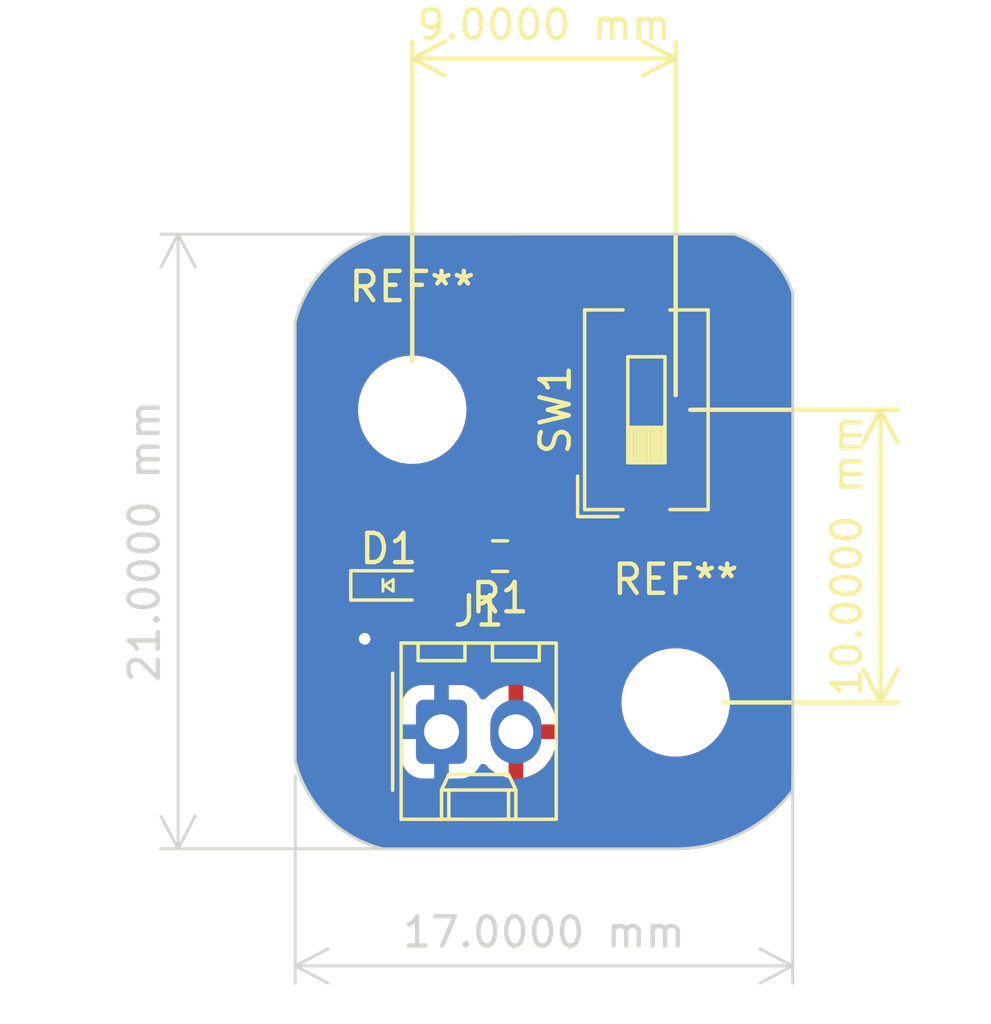
<source format=kicad_pcb>
(kicad_pcb (version 20221018) (generator pcbnew)
  (title_block (title "LED Project") (rev "1.0") (company "Illini Solar Car") (comment 1 "Designed By: Michael Shi"))
  (layers (0 "F.Cu" signal) (31 "B.Cu" signal) (34 "B.Paste" user) (35 "F.Paste" user) (36 "B.SilkS" user "B.Silkscreen") (37 "F.SilkS" user "F.Silkscreen") (38 "B.Mask" user) (39 "F.Mask" user) (44 "Edge.Cuts" user))
  (net 0 "")
  (net 1 "GND")
  (net 2 "Net-(D1-A)")
  (net 3 "+3V3")
  (net 4 "Net-(R1-Pad1)")
  (footprint "Button_Switch_SMD:SW_DIP_SPSTx01_Slide_6.7x4.1mm_W8.61mm_P2.54mm_LowProfile" (layer "F.Cu") (at 134 89 90)
    (fp_text reference "SW1" (at 0 -3.11 90) (layer "F.SilkS"))
    (fp_text value "SW_Push")
    (fp_line (start -3.65 -2.35) (end -3.65 -0.967) (stroke (width 0.12)) (layer "F.SilkS"))
    (fp_line (start -3.65 -2.35) (end -2.267 -2.35) (stroke (width 0.12)) (layer "F.SilkS"))
    (fp_line (start -3.41 -2.11) (end -3.41 -0.8) (stroke (width 0.12)) (layer "F.SilkS"))
    (fp_line (start -3.41 -2.11) (end 3.41 -2.11) (stroke (width 0.12)) (layer "F.SilkS"))
    (fp_line (start -3.41 0.8) (end -3.41 2.11) (stroke (width 0.12)) (layer "F.SilkS"))
    (fp_line (start -3.41 2.11) (end 3.41 2.11) (stroke (width 0.12)) (layer "F.SilkS"))
    (fp_line (start -1.81 -0.635) (end -1.81 0.635) (stroke (width 0.12)) (layer "F.SilkS"))
    (fp_line (start -1.81 -0.515) (end -0.603333 -0.515) (stroke (width 0.12)) (layer "F.SilkS"))
    (fp_line (start -1.81 -0.395) (end -0.603333 -0.395) (stroke (width 0.12)) (layer "F.SilkS"))
    (fp_line (start -1.81 -0.275) (end -0.603333 -0.275) (stroke (width 0.12)) (layer "F.SilkS"))
    (fp_line (start -1.81 -0.155) (end -0.603333 -0.155) (stroke (width 0.12)) (layer "F.SilkS"))
    (fp_line (start -1.81 -0.035) (end -0.603333 -0.035) (stroke (width 0.12)) (layer "F.SilkS"))
    (fp_line (start -1.81 0.085) (end -0.603333 0.085) (stroke (width 0.12)) (layer "F.SilkS"))
    (fp_line (start -1.81 0.205) (end -0.603333 0.205) (stroke (width 0.12)) (layer "F.SilkS"))
    (fp_line (start -1.81 0.325) (end -0.603333 0.325) (stroke (width 0.12)) (layer "F.SilkS"))
    (fp_line (start -1.81 0.445) (end -0.603333 0.445) (stroke (width 0.12)) (layer "F.SilkS"))
    (fp_line (start -1.81 0.565) (end -0.603333 0.565) (stroke (width 0.12)) (layer "F.SilkS"))
    (fp_line (start -1.81 0.635) (end 1.81 0.635) (stroke (width 0.12)) (layer "F.SilkS"))
    (fp_line (start -0.603333 -0.635) (end -0.603333 0.635) (stroke (width 0.12)) (layer "F.SilkS"))
    (fp_line (start 1.81 -0.635) (end -1.81 -0.635) (stroke (width 0.12)) (layer "F.SilkS"))
    (fp_line (start 1.81 0.635) (end 1.81 -0.635) (stroke (width 0.12)) (layer "F.SilkS"))
    (fp_line (start 3.41 -2.11) (end 3.41 -0.8) (stroke (width 0.12)) (layer "F.SilkS"))
    (fp_line (start 3.41 0.8) (end 3.41 2.11) (stroke (width 0.12)) (layer "F.SilkS"))
    (pad "1" smd rect (at -4.305 0 90) (size 2.44 1.12) (layers "F.Cu" "F.Paste" "F.Mask") (net 3 "+3V3"))
    (pad "2" smd rect (at 4.305 0 90) (size 2.44 1.12) (layers "F.Cu" "F.Paste" "F.Mask") (net 4 "Net-(R1-Pad1)"))
  )
  (footprint "MountingHole:MountingHole_3.2mm_M3" (layer "F.Cu") (at 126 89)
    (fp_text reference "REF**" (at 0 -4.2) (layer "F.SilkS"))
    (fp_text value "MountingHole_3.2mm_M3")
    (pad "" np_thru_hole circle (at 0 0) (size 3.2 3.2) (drill 3.2) (layers "*.Cu" "*.Mask"))
  )
  (footprint "Connector_Molex:Molex_KK-254_AE-6410-02A_1x02_P2.54mm_Vertical" (layer "F.Cu") (at 127 100)
    (fp_text reference "J1" (at 1.27 -4.12) (layer "F.SilkS"))
    (fp_text value "Conn_01x02")
    (fp_line (start -1.67 -2) (end -1.67 2) (stroke (width 0.12)) (layer "F.SilkS"))
    (fp_line (start -1.38 -3.03) (end -1.38 2.99) (stroke (width 0.12)) (layer "F.SilkS"))
    (fp_line (start -1.38 2.99) (end 3.92 2.99) (stroke (width 0.12)) (layer "F.SilkS"))
    (fp_line (start -0.8 -3.03) (end -0.8 -2.43) (stroke (width 0.12)) (layer "F.SilkS"))
    (fp_line (start -0.8 -2.43) (end 0.8 -2.43) (stroke (width 0.12)) (layer "F.SilkS"))
    (fp_line (start 0 1.99) (end 0.25 1.46) (stroke (width 0.12)) (layer "F.SilkS"))
    (fp_line (start 0 1.99) (end 2.54 1.99) (stroke (width 0.12)) (layer "F.SilkS"))
    (fp_line (start 0 2.99) (end 0 1.99) (stroke (width 0.12)) (layer "F.SilkS"))
    (fp_line (start 0.25 1.46) (end 2.29 1.46) (stroke (width 0.12)) (layer "F.SilkS"))
    (fp_line (start 0.25 2.99) (end 0.25 1.99) (stroke (width 0.12)) (layer "F.SilkS"))
    (fp_line (start 0.8 -2.43) (end 0.8 -3.03) (stroke (width 0.12)) (layer "F.SilkS"))
    (fp_line (start 1.74 -3.03) (end 1.74 -2.43) (stroke (width 0.12)) (layer "F.SilkS"))
    (fp_line (start 1.74 -2.43) (end 3.34 -2.43) (stroke (width 0.12)) (layer "F.SilkS"))
    (fp_line (start 2.29 1.46) (end 2.54 1.99) (stroke (width 0.12)) (layer "F.SilkS"))
    (fp_line (start 2.29 2.99) (end 2.29 1.99) (stroke (width 0.12)) (layer "F.SilkS"))
    (fp_line (start 2.54 1.99) (end 2.54 2.99) (stroke (width 0.12)) (layer "F.SilkS"))
    (fp_line (start 3.34 -2.43) (end 3.34 -3.03) (stroke (width 0.12)) (layer "F.SilkS"))
    (fp_line (start 3.92 -3.03) (end -1.38 -3.03) (stroke (width 0.12)) (layer "F.SilkS"))
    (fp_line (start 3.92 2.99) (end 3.92 -3.03) (stroke (width 0.12)) (layer "F.SilkS"))
    (pad "1" thru_hole roundrect (at 0 0) (size 1.74 2.19) (drill 1.19) (layers "*.Cu" "*.Mask") (roundrect_rratio 0.143678) (net 1 "GND"))
    (pad "2" thru_hole oval (at 2.54 0) (size 1.74 2.19) (drill 1.19) (layers "*.Cu" "*.Mask") (net 3 "+3V3"))
  )
  (footprint "MountingHole:MountingHole_3.2mm_M3" (layer "F.Cu") (at 135 99)
    (fp_text reference "REF**" (at 0 -4.2) (layer "F.SilkS"))
    (fp_text value "MountingHole_3.2mm_M3")
    (pad "" np_thru_hole circle (at 0 0) (size 3.2 3.2) (drill 3.2) (layers "*.Cu" "*.Mask"))
  )
  (footprint "Resistor_SMD:R_0603_1608Metric_Pad0.98x0.95mm_HandSolder" (layer "F.Cu") (at 129 94 180)
    (fp_text reference "R1" (at 0 -1.43) (layer "F.SilkS"))
    (fp_text value "105")
    (fp_line (start -0.254724 -0.5225) (end 0.254724 -0.5225) (stroke (width 0.12)) (layer "F.SilkS"))
    (fp_line (start -0.254724 0.5225) (end 0.254724 0.5225) (stroke (width 0.12)) (layer "F.SilkS"))
    (pad "1" smd roundrect (at -0.9125 0 180) (size 0.975 0.95) (layers "F.Cu" "F.Paste" "F.Mask") (net 4 "Net-(R1-Pad1)"))
    (pad "2" smd roundrect (at 0.9125 0 180) (size 0.975 0.95) (layers "F.Cu" "F.Paste" "F.Mask") (net 2 "Net-(D1-A)"))
  )
  (footprint "layout:LED_0603_Symbol_on_F.SilkS" (layer "F.Cu") (at 125.2 95)
    (fp_text reference "D1" (at 0 -1.25) (layer "F.SilkS"))
    (fp_text value "LED_BLUE")
    (fp_line (start -1.3 -0.5) (end -1.3 0.5) (stroke (width 0.12)) (layer "F.SilkS"))
    (fp_line (start -1.3 -0.5) (end 0.8 -0.5) (stroke (width 0.12)) (layer "F.SilkS"))
    (fp_line (start -1.3 0.5) (end 0.8 0.5) (stroke (width 0.12)) (layer "F.SilkS"))
    (fp_line (start -0.2 -0.2) (end -0.2 0.2) (stroke (width 0.1)) (layer "F.SilkS"))
    (fp_line (start -0.15 0) (end 0.15 -0.2) (stroke (width 0.1)) (layer "F.SilkS"))
    (fp_line (start 0.15 -0.2) (end 0.15 0.2) (stroke (width 0.1)) (layer "F.SilkS"))
    (fp_line (start 0.15 0.2) (end -0.15 0) (stroke (width 0.1)) (layer "F.SilkS"))
    (pad "1" smd rect (at -0.8 0 180) (size 0.8 0.8) (layers "F.Cu" "F.Paste" "F.Mask") (net 1 "GND"))
    (pad "2" smd rect (at 0.8 0 180) (size 0.8 0.8) (layers "F.Cu" "F.Paste" "F.Mask") (net 2 "Net-(D1-A)"))
  )
  (gr_line (start 125 83.000001) (end 137 83.000001) (stroke (width 0.1)) (layer "Edge.Cuts"))
  (gr_arc (start 139 102) (mid 137.236068 103.472136) (end 135 104) (stroke (width 0.1)) (layer "Edge.Cuts"))
  (gr_arc (start 125 103.999999) (mid 123.084525 102.915475) (end 122.000001 101) (stroke (width 0.1)) (layer "Edge.Cuts"))
  (gr_arc (start 137 83.000001) (mid 138.236067 83.763933) (end 138.999999 85) (stroke (width 0.1)) (layer "Edge.Cuts"))
  (gr_line (start 125 103.999999) (end 135 104) (stroke (width 0.1)) (layer "Edge.Cuts"))
  (gr_arc (start 122.000001 86) (mid 123.084525 84.084525) (end 125 83.000001) (stroke (width 0.1)) (layer "Edge.Cuts"))
  (gr_line (start 138.999999 85) (end 139 102) (stroke (width 0.1)) (layer "Edge.Cuts"))
  (gr_line (start 122.000001 101) (end 122.000001 86) (stroke (width 0.1)) (layer "Edge.Cuts"))
  (dimension (type aligned) (layer "F.SilkS") (pts (xy 135 99) (xy 135 89)) (height 7) (gr_text "10.0000 mm" (at 140.85 94 90) (layer "F.SilkS") (effects (font (size 1 1) (thickness 0.15)))) (format (prefix "") (suffix "") (units 3) (units_format 1) (precision 4)) (style (thickness 0.15) (arrow_length 1.27) (text_position_mode 0) (extension_height 0.58642) (extension_offset 0.5) keep_text_aligned))
  (dimension (type aligned) (layer "F.SilkS") (pts (xy 135 89) (xy 126 89)) (height 12) (gr_text "9.0000 mm" (at 130.5 75.85) (layer "F.SilkS") (effects (font (size 1 1) (thickness 0.15)))) (format (prefix "") (suffix "") (units 3) (units_format 1) (precision 4)) (style (thickness 0.15) (arrow_length 1.27) (text_position_mode 0) (extension_height 0.58642) (extension_offset 0.5) keep_text_aligned))
  (dimension (type aligned) (layer "Edge.Cuts") (pts (xy 122 101) (xy 139 101)) (height 7) (gr_text "17.0000 mm" (at 130.5 106.85) (layer "Edge.Cuts") (effects (font (size 1 1) (thickness 0.15)))) (format (prefix "") (suffix "") (units 3) (units_format 1) (precision 4)) (style (thickness 0.1) (arrow_length 1.27) (text_position_mode 0) (extension_height 0.58642) (extension_offset 0.5) keep_text_aligned))
  (dimension (type aligned) (layer "Edge.Cuts") (pts (xy 130 104) (xy 130 83)) (height -12) (gr_text "21.0000 mm" (at 116.85 93.5 90) (layer "Edge.Cuts") (effects (font (size 1 1) (thickness 0.15)))) (format (prefix "") (suffix "") (units 3) (units_format 1) (precision 4)) (style (thickness 0.1) (arrow_length 1.27) (text_position_mode 0) (extension_height 0.58642) (extension_offset 0.5) keep_text_aligned))
  (segment (start 124.4 95) (end 124.4 96.8) (width 0.25) (layer "F.Cu") (net 1))
  (segment (start 124.4 96.8) (end 124.375 96.825) (width 0.25) (layer "F.Cu") (net 1))
  (via (at 124.375 96.825) (size 0.8) (drill 0.4) (layers "F.Cu" "B.Cu") (net 1))
  (segment (start 126 95) (end 127.0875 95) (width 0.25) (layer "F.Cu") (net 2))
  (segment (start 127.0875 95) (end 128.0875 94) (width 0.25) (layer "F.Cu") (net 2))
  (segment (start 128 93.9125) (end 128.0875 94) (width 0.25) (layer "F.Cu") (net 2))
  (segment (start 134 84.695) (end 132.305 84.695) (width 0.25) (layer "F.Cu") (net 4))
  (segment (start 131 86) (end 131 91) (width 0.25) (layer "F.Cu") (net 4))
  (segment (start 130 92) (end 130 93.9125) (width 0.25) (layer "F.Cu") (net 4))
  (segment (start 131 91) (end 130 92) (width 0.25) (layer "F.Cu") (net 4))
  (segment (start 132.305 84.695) (end 131 86) (width 0.25) (layer "F.Cu") (net 4))
  (segment (start 130 93.9125) (end 129.9125 94) (width 0.25) (layer "F.Cu") (net 4))
  (zone (net 3) (net_name "+3V3") (layer "F.Cu") (connect_pads (clearance 0.508)) (min_thickness 0.25) (fill yes (thermal_gap 0.5) (thermal_bridge_width 0.5))
    (polygon (pts (xy 115 81) (xy 141 81) (xy 141 110) (xy 115 110)))
  )
  (zone (net 1) (net_name "GND") (layer "B.Cu") (priority 1) (connect_pads (clearance 0.508)) (min_thickness 0.25) (fill yes (thermal_gap 0.5) (thermal_bridge_width 0.5))
    (polygon (pts (xy 122 82) (xy 140 82) (xy 140 105) (xy 122 105)))
  )
)
</source>
